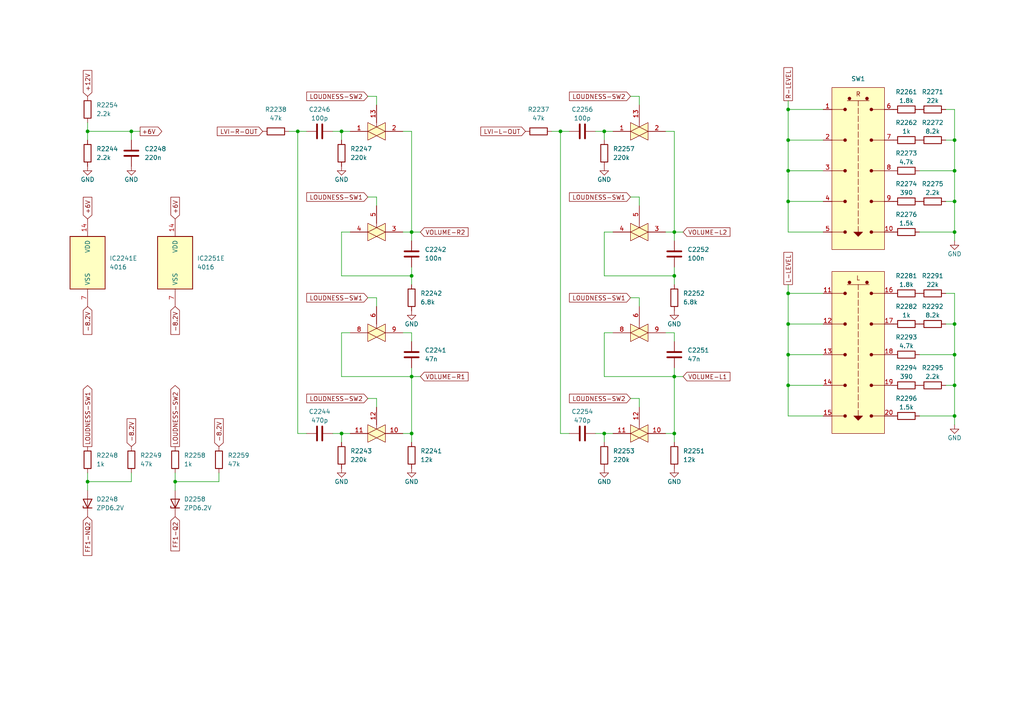
<source format=kicad_sch>
(kicad_sch (version 20230121) (generator eeschema)
  (paper "A4")
  (lib_symbols
    (symbol "4xxx:4016" (pin_names (offset 1.016))
      (property "Reference" "U" (at -7.62 8.89 0))
      (property "Value" "4016" (at -7.62 -8.89 0))
      (symbol "4016_1_0"
        (polyline (pts (xy 0 1.27) (xy 0 2.54)) (stroke (width 0.1524)))
        (polyline (pts (xy -2.54 0) (xy 2.54 2.54) (xy 2.54 -2.54) (xy -2.54 0)) (fill (type background)))
        (polyline (pts (xy -2.54 2.54) (xy 2.54 0) (xy -2.54 -2.54) (xy -2.54 2.54)) (fill (type background)))
        (pin passive line (at -7.62 0 0) (length 5.08) (name "~") (number "1"))
        (pin input line (at 0 7.62 270) (length 5.08) (name "~") (number "13"))
        (pin passive line (at 7.62 0 180) (length 5.08) (name "~") (number "2"))
      )
      (symbol "4016_2_0"
        (polyline (pts (xy 0 1.27) (xy 0 2.54)) (stroke (width 0.1524)))
        (polyline (pts (xy -2.54 0) (xy 2.54 2.54) (xy 2.54 -2.54) (xy -2.54 0)) (fill (type background)))
        (polyline (pts (xy -2.54 2.54) (xy 2.54 0) (xy -2.54 -2.54) (xy -2.54 2.54)) (fill (type background)))
        (pin passive line (at 7.62 0 180) (length 5.08) (name "~") (number "3"))
        (pin passive line (at -7.62 0 0) (length 5.08) (name "~") (number "4"))
        (pin input line (at 0 7.62 270) (length 5.08) (name "~") (number "5"))
      )
      (symbol "4016_3_0"
        (polyline (pts (xy 0 1.27) (xy 0 2.54)) (stroke (width 0.1524)))
        (polyline (pts (xy -2.54 0) (xy 2.54 2.54) (xy 2.54 -2.54) (xy -2.54 0)) (fill (type background)))
        (polyline (pts (xy -2.54 2.54) (xy 2.54 0) (xy -2.54 -2.54) (xy -2.54 2.54)) (fill (type background)))
        (pin input line (at 0 7.62 270) (length 5.08) (name "~") (number "6"))
        (pin passive line (at -7.62 0 0) (length 5.08) (name "~") (number "8"))
        (pin passive line (at 7.62 0 180) (length 5.08) (name "~") (number "9"))
      )
      (symbol "4016_4_0"
        (polyline (pts (xy 0 1.27) (xy 0 2.54)) (stroke (width 0.1524)))
        (polyline (pts (xy -2.54 0) (xy 2.54 2.54) (xy 2.54 -2.54) (xy -2.54 0)) (fill (type background)))
        (polyline (pts (xy -2.54 2.54) (xy 2.54 0) (xy -2.54 -2.54) (xy -2.54 2.54)) (fill (type background)))
        (pin passive line (at 7.62 0 180) (length 5.08) (name "~") (number "10"))
        (pin passive line (at -7.62 0 0) (length 5.08) (name "~") (number "11"))
        (pin input line (at 0 7.62 270) (length 5.08) (name "~") (number "12"))
      )
      (symbol "4016_5_0"
        (pin power_in line (at 0 12.7 270) (length 5.08) (name "VDD") (number "14"))
        (pin power_in line (at 0 -12.7 90) (length 5.08) (name "VSS") (number "7"))
      )
      (symbol "4016_5_1"
        (rectangle (start -5.08 7.62) (end 5.08 -7.62) (stroke (width 0.254)) (fill (type background)))
      )
    )
    (symbol "Device:C" (pin_numbers hide) (pin_names (offset 0.254))
      (property "Reference" "C" (at 0.635 2.54 0))
      (property "Value" "C" (at 0.635 -2.54 0))
      (symbol "C_0_1"
        (polyline (pts (xy -2.032 -0.762) (xy 2.032 -0.762)) (stroke (width 0.508)))
        (polyline (pts (xy -2.032 0.762) (xy 2.032 0.762)) (stroke (width 0.508)))
      )
      (symbol "C_1_1"
        (pin passive line (at 0 3.81 270) (length 2.794) (name "~") (number "1"))
        (pin passive line (at 0 -3.81 90) (length 2.794) (name "~") (number "2"))
      )
    )
    (symbol "Device:R" (pin_numbers hide) (pin_names (offset 0))
      (property "Reference" "R" (at 2.032 0 90))
      (property "Value" "R" (at 0 0 90))
      (symbol "R_0_1"
        (rectangle (start -1.016 -2.54) (end 1.016 2.54) (stroke (width 0.254)))
      )
      (symbol "R_1_1"
        (pin passive line (at 0 3.81 270) (length 1.27) (name "~") (number "1"))
        (pin passive line (at 0 -3.81 90) (length 1.27) (name "~") (number "2"))
      )
    )
    (symbol "Diode:ZPDxx" (pin_numbers hide) (pin_names hide)
      (property "Reference" "D" (at 0 2.54 0))
      (property "Value" "ZPDxx" (at 0 -2.54 0))
      (symbol "ZPDxx_0_1"
        (polyline (pts (xy 1.27 0) (xy -1.27 0)))
        (polyline (pts (xy -1.27 -1.27) (xy -1.27 1.27) (xy -0.762 1.27)) (stroke (width 0.254)))
        (polyline (pts (xy 1.27 -1.27) (xy 1.27 1.27) (xy -1.27 0) (xy 1.27 -1.27)) (stroke (width 0.254)))
      )
      (symbol "ZPDxx_1_1"
        (pin passive line (at -3.81 0 0) (length 2.54) (name "K") (number "1"))
        (pin passive line (at 3.81 0 180) (length 2.54) (name "A") (number "2"))
      )
    )
    (symbol "Library:SW_DIP_02x05"
      (property "Reference" "U" (at -2.54 29.21 0))
      (property "Value" "SW_DIP_02x05" (at -2.54 26.67 0))
      (symbol "SW_DIP_02x05_1_1"
        (rectangle (start -10.16 -30.48) (end 5.08 -77.47) (fill (type background)))
        (rectangle (start -10.16 22.86) (end 5.08 -24.13) (fill (type background)))
        (circle (center -6.35 -72.39) (radius 0.0001) (stroke (width 1)) (fill (type outline)))
        (circle (center -6.35 -63.5) (radius 0.0001) (stroke (width 1)) (fill (type outline)))
        (circle (center -6.35 -54.61) (radius 0.0001) (stroke (width 1)) (fill (type outline)))
        (circle (center -6.35 -45.72) (radius 0.0001) (stroke (width 1)) (fill (type outline)))
        (circle (center -6.35 -36.83) (radius 0.0001) (stroke (width 1)) (fill (type outline)))
        (circle (center -6.35 -19.05) (radius 0.0001) (stroke (width 1)) (fill (type outline)))
        (circle (center -6.35 -10.16) (radius 0.0001) (stroke (width 1)) (fill (type outline)))
        (circle (center -6.35 -1.27) (radius 0.0001) (stroke (width 1)) (fill (type outline)))
        (circle (center -6.35 7.62) (radius 0.0001) (stroke (width 1)) (fill (type outline)))
        (circle (center -6.35 16.51) (radius 0.0001) (stroke (width 1)) (fill (type outline)))
        (circle (center -5.08 -33.655) (radius 0.0001) (stroke (width 1)) (fill (type outline)))
        (circle (center -5.08 19.685) (radius 0.0001) (stroke (width 1)) (fill (type outline)))
        (circle (center 0 -33.655) (radius 0.0001) (stroke (width 1)) (fill (type outline)))
        (polyline (pts (xy -10.16 -72.39) (xy -6.35 -72.39)))
        (polyline (pts (xy -10.16 -63.5) (xy -6.35 -63.5)))
        (polyline (pts (xy -10.16 -54.61) (xy -6.35 -54.61)))
        (polyline (pts (xy -10.16 -45.72) (xy -6.35 -45.72)))
        (polyline (pts (xy -10.16 -36.83) (xy -6.35 -36.83)))
        (polyline (pts (xy -10.16 -19.05) (xy -6.35 -19.05)))
        (polyline (pts (xy -10.16 -10.16) (xy -6.35 -10.16)))
        (polyline (pts (xy -10.16 -1.27) (xy -6.35 -1.27)))
        (polyline (pts (xy -10.16 7.62) (xy -6.35 7.62)))
        (polyline (pts (xy -10.16 16.51) (xy -6.35 16.51)))
        (polyline (pts (xy -5.715 -34.29) (xy 0.635 -34.29)))
        (polyline (pts (xy -5.715 19.05) (xy 0.635 19.05)))
        (polyline (pts (xy -2.54 -72.39) (xy -2.54 -34.29)) (stroke (width 0) (type dash)))
        (polyline (pts (xy -2.54 -19.05) (xy -2.54 19.05)) (stroke (width 0) (type dash)))
        (polyline (pts (xy 5.08 -72.39) (xy 1.27 -72.39)))
        (polyline (pts (xy 5.08 -63.5) (xy 1.27 -63.5)))
        (polyline (pts (xy 5.08 -54.61) (xy 1.27 -54.61)))
        (polyline (pts (xy 5.08 -45.72) (xy 1.27 -45.72)))
        (polyline (pts (xy 5.08 -36.83) (xy 1.27 -36.83)))
        (polyline (pts (xy 5.08 -19.05) (xy 1.27 -19.05)))
        (polyline (pts (xy 5.08 -10.16) (xy 1.27 -10.16)))
        (polyline (pts (xy 5.08 -1.27) (xy 1.27 -1.27)))
        (polyline (pts (xy 5.08 7.62) (xy 1.27 7.62)))
        (polyline (pts (xy 5.08 16.51) (xy 1.27 16.51)))
        (polyline (pts (xy -3.81 -72.39) (xy -1.27 -72.39) (xy -2.54 -73.66) (xy -3.81 -72.39)) (fill (type outline)))
        (polyline (pts (xy -3.81 -19.05) (xy -1.27 -19.05) (xy -2.54 -20.32) (xy -3.81 -19.05)) (fill (type outline)))
        (circle (center 0 19.685) (radius 0.0001) (stroke (width 1)) (fill (type outline)))
        (circle (center 1.27 -72.39) (radius 0.0001) (stroke (width 1)) (fill (type outline)))
        (circle (center 1.27 -63.5) (radius 0.0001) (stroke (width 1)) (fill (type outline)))
        (circle (center 1.27 -54.61) (radius 0.0001) (stroke (width 1)) (fill (type outline)))
        (circle (center 1.27 -45.72) (radius 0.0001) (stroke (width 1)) (fill (type outline)))
        (circle (center 1.27 -36.83) (radius 0.0001) (stroke (width 1)) (fill (type outline)))
        (circle (center 1.27 -19.05) (radius 0.0001) (stroke (width 1)) (fill (type outline)))
        (circle (center 1.27 -10.16) (radius 0.0001) (stroke (width 1)) (fill (type outline)))
        (circle (center 1.27 -1.27) (radius 0.0001) (stroke (width 1)) (fill (type outline)))
        (circle (center 1.27 7.62) (radius 0.0001) (stroke (width 1)) (fill (type outline)))
        (circle (center 1.27 16.51) (radius 0.0001) (stroke (width 1)) (fill (type outline)))
        (text "L" (at -2.54 -32.385 0) (effects (font (size 1.27 1.27))))
        (text "R" (at -2.54 20.955 0) (effects (font (size 1.27 1.27))))
        (pin bidirectional line (at -12.7 16.51 0) (length 2.54) (name "") (number "1"))
        (pin bidirectional line (at 7.62 -19.05 180) (length 2.54) (name "") (number "10"))
        (pin bidirectional line (at -12.7 -36.83 0) (length 2.54) (name "") (number "11"))
        (pin bidirectional line (at -12.7 -45.72 0) (length 2.54) (name "") (number "12"))
        (pin bidirectional line (at -12.7 -54.61 0) (length 2.54) (name "") (number "13"))
        (pin bidirectional line (at -12.7 -63.5 0) (length 2.54) (name "") (number "14"))
        (pin bidirectional line (at -12.7 -72.39 0) (length 2.54) (name "") (number "15"))
        (pin bidirectional line (at 7.62 -36.83 180) (length 2.54) (name "") (number "16"))
        (pin bidirectional line (at 7.62 -45.72 180) (length 2.54) (name "") (number "17"))
        (pin bidirectional line (at 7.62 -54.61 180) (length 2.54) (name "") (number "18"))
        (pin bidirectional line (at 7.62 -63.5 180) (length 2.54) (name "") (number "19"))
        (pin bidirectional line (at -12.7 7.62 0) (length 2.54) (name "") (number "2"))
        (pin bidirectional line (at 7.62 -72.39 180) (length 2.54) (name "") (number "20"))
        (pin bidirectional line (at -12.7 -1.27 0) (length 2.54) (name "") (number "3"))
        (pin bidirectional line (at -12.7 -10.16 0) (length 2.54) (name "") (number "4"))
        (pin bidirectional line (at -12.7 -19.05 0) (length 2.54) (name "") (number "5"))
        (pin bidirectional line (at 7.62 16.51 180) (length 2.54) (name "") (number "6"))
        (pin bidirectional line (at 7.62 7.62 180) (length 2.54) (name "") (number "7"))
        (pin bidirectional line (at 7.62 -1.27 180) (length 2.54) (name "") (number "8"))
        (pin bidirectional line (at 7.62 -10.16 180) (length 2.54) (name "") (number "9"))
      )
    )
    (symbol "power:GND" (power) (pin_names (offset 0))
      (property "Value" "GND" (at 0 -3.81 0))
      (symbol "GND_0_1"
        (polyline (pts (xy 0 0) (xy 0 -1.27) (xy 1.27 -1.27) (xy 0 -2.54) (xy -1.27 -1.27) (xy 0 -1.27)))
      )
      (symbol "GND_1_1"
        (pin power_in line (at 0 0 270) (length 0) hide (name "GND") (number "1"))
      )
    )
  )
  (junction (at 175.26 38.1))
  (junction (at 276.86 40.64))
  (junction (at 228.6 111.76))
  (junction (at 162.56 38.1))
  (junction (at 276.86 102.87))
  (junction (at 195.58 67.31))
  (junction (at 195.58 109.22))
  (junction (at 276.86 67.31))
  (junction (at 195.58 125.73))
  (junction (at 119.38 109.22))
  (junction (at 228.6 49.53))
  (junction (at 228.6 58.42))
  (junction (at 228.6 93.98))
  (junction (at 86.36 38.1))
  (junction (at 119.38 67.31))
  (junction (at 228.6 40.64))
  (junction (at 25.4 139.7))
  (junction (at 228.6 31.75))
  (junction (at 99.06 38.1))
  (junction (at 195.58 80.01))
  (junction (at 276.86 49.53))
  (junction (at 50.8 139.7))
  (junction (at 276.86 93.98))
  (junction (at 119.38 125.73))
  (junction (at 25.4 38.1))
  (junction (at 175.26 125.73))
  (junction (at 276.86 120.65))
  (junction (at 99.06 125.73))
  (junction (at 276.86 58.42))
  (junction (at 228.6 85.09))
  (junction (at 276.86 111.76))
  (junction (at 119.38 80.01))
  (junction (at 228.6 102.87))
  (junction (at 38.1 38.1))
  (wire (pts (xy 162.56 38.1) (xy 162.56 125.73)))
  (wire (pts (xy 63.5 139.7) (xy 63.5 137.16)))
  (wire (pts (xy 109.22 86.36) (xy 109.22 88.9)))
  (wire (pts (xy 274.32 58.42) (xy 276.86 58.42)))
  (wire (pts (xy 177.8 67.31) (xy 175.26 67.31)))
  (wire (pts (xy 228.6 111.76) (xy 238.76 111.76)))
  (wire (pts (xy 175.26 125.73) (xy 175.26 128.27)))
  (wire (pts (xy 25.4 137.16) (xy 25.4 139.7)))
  (wire (pts (xy 228.6 58.42) (xy 228.6 67.31)))
  (wire (pts (xy 195.58 109.22) (xy 195.58 125.73)))
  (wire (pts (xy 274.32 93.98) (xy 276.86 93.98)))
  (wire (pts (xy 182.88 86.36) (xy 185.42 86.36)))
  (wire (pts (xy 38.1 38.1) (xy 38.1 40.64)))
  (wire (pts (xy 274.32 111.76) (xy 276.86 111.76)))
  (wire (pts (xy 106.68 115.57) (xy 109.22 115.57)))
  (wire (pts (xy 193.04 96.52) (xy 195.58 96.52)))
  (wire (pts (xy 99.06 38.1) (xy 99.06 40.64)))
  (wire (pts (xy 276.86 93.98) (xy 276.86 102.87)))
  (wire (pts (xy 185.42 27.94) (xy 185.42 30.48)))
  (wire (pts (xy 274.32 85.09) (xy 276.86 85.09)))
  (wire (pts (xy 172.72 125.73) (xy 175.26 125.73)))
  (wire (pts (xy 25.4 38.1) (xy 25.4 40.64)))
  (wire (pts (xy 193.04 38.1) (xy 195.58 38.1)))
  (wire (pts (xy 86.36 38.1) (xy 88.9 38.1)))
  (wire (pts (xy 228.6 29.21) (xy 228.6 31.75)))
  (wire (pts (xy 228.6 93.98) (xy 228.6 102.87)))
  (wire (pts (xy 25.4 35.56) (xy 25.4 38.1)))
  (wire (pts (xy 266.7 49.53) (xy 276.86 49.53)))
  (wire (pts (xy 228.6 85.09) (xy 238.76 85.09)))
  (wire (pts (xy 106.68 57.15) (xy 109.22 57.15)))
  (wire (pts (xy 195.58 67.31) (xy 195.58 69.85)))
  (wire (pts (xy 195.58 96.52) (xy 195.58 99.06)))
  (wire (pts (xy 106.68 86.36) (xy 109.22 86.36)))
  (wire (pts (xy 228.6 102.87) (xy 228.6 111.76)))
  (wire (pts (xy 99.06 96.52) (xy 99.06 109.22)))
  (wire (pts (xy 228.6 85.09) (xy 228.6 93.98)))
  (wire (pts (xy 99.06 67.31) (xy 99.06 80.01)))
  (wire (pts (xy 119.38 67.31) (xy 116.84 67.31)))
  (wire (pts (xy 25.4 139.7) (xy 25.4 142.24)))
  (wire (pts (xy 185.42 57.15) (xy 185.42 59.69)))
  (wire (pts (xy 228.6 111.76) (xy 228.6 120.65)))
  (wire (pts (xy 195.58 109.22) (xy 198.12 109.22)))
  (wire (pts (xy 86.36 125.73) (xy 88.9 125.73)))
  (wire (pts (xy 162.56 125.73) (xy 165.1 125.73)))
  (wire (pts (xy 228.6 40.64) (xy 238.76 40.64)))
  (wire (pts (xy 109.22 27.94) (xy 109.22 30.48)))
  (wire (pts (xy 99.06 38.1) (xy 101.6 38.1)))
  (wire (pts (xy 172.72 38.1) (xy 175.26 38.1)))
  (wire (pts (xy 276.86 102.87) (xy 276.86 111.76)))
  (wire (pts (xy 25.4 139.7) (xy 38.1 139.7)))
  (wire (pts (xy 177.8 96.52) (xy 175.26 96.52)))
  (wire (pts (xy 195.58 125.73) (xy 195.58 128.27)))
  (wire (pts (xy 119.38 109.22) (xy 119.38 125.73)))
  (wire (pts (xy 182.88 27.94) (xy 185.42 27.94)))
  (wire (pts (xy 228.6 31.75) (xy 228.6 40.64)))
  (wire (pts (xy 119.38 109.22) (xy 121.92 109.22)))
  (wire (pts (xy 274.32 40.64) (xy 276.86 40.64)))
  (wire (pts (xy 276.86 67.31) (xy 276.86 69.85)))
  (wire (pts (xy 175.26 38.1) (xy 177.8 38.1)))
  (wire (pts (xy 276.86 120.65) (xy 266.7 120.65)))
  (wire (pts (xy 101.6 67.31) (xy 99.06 67.31)))
  (wire (pts (xy 99.06 109.22) (xy 119.38 109.22)))
  (wire (pts (xy 228.6 120.65) (xy 238.76 120.65)))
  (wire (pts (xy 266.7 102.87) (xy 276.86 102.87)))
  (wire (pts (xy 160.02 38.1) (xy 162.56 38.1)))
  (wire (pts (xy 175.26 38.1) (xy 175.26 40.64)))
  (wire (pts (xy 99.06 80.01) (xy 119.38 80.01)))
  (wire (pts (xy 276.86 31.75) (xy 276.86 40.64)))
  (wire (pts (xy 175.26 109.22) (xy 195.58 109.22)))
  (wire (pts (xy 228.6 58.42) (xy 238.76 58.42)))
  (wire (pts (xy 228.6 67.31) (xy 238.76 67.31)))
  (wire (pts (xy 195.58 67.31) (xy 198.12 67.31)))
  (wire (pts (xy 195.58 80.01) (xy 195.58 82.55)))
  (wire (pts (xy 182.88 57.15) (xy 185.42 57.15)))
  (wire (pts (xy 185.42 86.36) (xy 185.42 88.9)))
  (wire (pts (xy 25.4 38.1) (xy 38.1 38.1)))
  (wire (pts (xy 276.86 49.53) (xy 276.86 58.42)))
  (wire (pts (xy 50.8 139.7) (xy 63.5 139.7)))
  (wire (pts (xy 119.38 125.73) (xy 116.84 125.73)))
  (wire (pts (xy 175.26 96.52) (xy 175.26 109.22)))
  (wire (pts (xy 276.86 111.76) (xy 276.86 120.65)))
  (wire (pts (xy 119.38 80.01) (xy 119.38 82.55)))
  (wire (pts (xy 195.58 67.31) (xy 193.04 67.31)))
  (wire (pts (xy 276.86 120.65) (xy 276.86 123.19)))
  (wire (pts (xy 109.22 115.57) (xy 109.22 118.11)))
  (wire (pts (xy 119.38 38.1) (xy 119.38 67.31)))
  (wire (pts (xy 119.38 106.68) (xy 119.38 109.22)))
  (wire (pts (xy 83.82 38.1) (xy 86.36 38.1)))
  (wire (pts (xy 228.6 49.53) (xy 238.76 49.53)))
  (wire (pts (xy 274.32 31.75) (xy 276.86 31.75)))
  (wire (pts (xy 101.6 96.52) (xy 99.06 96.52)))
  (wire (pts (xy 195.58 38.1) (xy 195.58 67.31)))
  (wire (pts (xy 96.52 38.1) (xy 99.06 38.1)))
  (wire (pts (xy 96.52 125.73) (xy 99.06 125.73)))
  (wire (pts (xy 119.38 96.52) (xy 119.38 99.06)))
  (wire (pts (xy 119.38 125.73) (xy 119.38 128.27)))
  (wire (pts (xy 116.84 38.1) (xy 119.38 38.1)))
  (wire (pts (xy 119.38 77.47) (xy 119.38 80.01)))
  (wire (pts (xy 50.8 137.16) (xy 50.8 139.7)))
  (wire (pts (xy 195.58 106.68) (xy 195.58 109.22)))
  (wire (pts (xy 109.22 57.15) (xy 109.22 59.69)))
  (wire (pts (xy 175.26 125.73) (xy 177.8 125.73)))
  (wire (pts (xy 228.6 31.75) (xy 238.76 31.75)))
  (wire (pts (xy 276.86 40.64) (xy 276.86 49.53)))
  (wire (pts (xy 99.06 125.73) (xy 101.6 125.73)))
  (wire (pts (xy 38.1 139.7) (xy 38.1 137.16)))
  (wire (pts (xy 276.86 85.09) (xy 276.86 93.98)))
  (wire (pts (xy 175.26 80.01) (xy 195.58 80.01)))
  (wire (pts (xy 38.1 38.1) (xy 40.64 38.1)))
  (wire (pts (xy 175.26 67.31) (xy 175.26 80.01)))
  (wire (pts (xy 182.88 115.57) (xy 185.42 115.57)))
  (wire (pts (xy 195.58 77.47) (xy 195.58 80.01)))
  (wire (pts (xy 50.8 139.7) (xy 50.8 142.24)))
  (wire (pts (xy 228.6 102.87) (xy 238.76 102.87)))
  (wire (pts (xy 228.6 82.55) (xy 228.6 85.09)))
  (wire (pts (xy 106.68 27.94) (xy 109.22 27.94)))
  (wire (pts (xy 276.86 58.42) (xy 276.86 67.31)))
  (wire (pts (xy 228.6 40.64) (xy 228.6 49.53)))
  (wire (pts (xy 228.6 49.53) (xy 228.6 58.42)))
  (wire (pts (xy 86.36 38.1) (xy 86.36 125.73)))
  (wire (pts (xy 185.42 115.57) (xy 185.42 118.11)))
  (wire (pts (xy 119.38 67.31) (xy 119.38 69.85)))
  (wire (pts (xy 116.84 96.52) (xy 119.38 96.52)))
  (wire (pts (xy 162.56 38.1) (xy 165.1 38.1)))
  (wire (pts (xy 228.6 93.98) (xy 238.76 93.98)))
  (wire (pts (xy 276.86 67.31) (xy 266.7 67.31)))
  (wire (pts (xy 195.58 125.73) (xy 193.04 125.73)))
  (wire (pts (xy 119.38 67.31) (xy 121.92 67.31)))
  (wire (pts (xy 99.06 125.73) (xy 99.06 128.27)))
  (global_label "VOLUME-R1" (shape input) (at 121.92 109.22 0) (property "Intersheetrefs" "${INTERSHEET_REFS}" (effects hide)))
  (global_label "VOLUME-L1" (shape input) (at 198.12 109.22 0) (property "Intersheetrefs" "${INTERSHEET_REFS}" (effects hide)))
  (global_label "-8.2V" (shape input) (at 25.4 88.9 270) (property "Intersheetrefs" "${INTERSHEET_REFS}" (effects hide)))
  (global_label "+6V" (shape input) (at 25.4 63.5 90) (property "Intersheetrefs" "${INTERSHEET_REFS}" (effects hide)))
  (global_label "LOUDNESS-SW2" (shape input) (at 106.68 27.94 180) (property "Intersheetrefs" "${INTERSHEET_REFS}" (effects hide)))
  (global_label "-8.2V" (shape input) (at 38.1 129.54 90) (property "Intersheetrefs" "${INTERSHEET_REFS}" (effects hide)))
  (global_label "R-LEVEL" (shape passive) (at 228.6 29.21 90) (property "Intersheetrefs" "${INTERSHEET_REFS}" (effects hide)))
  (global_label "VOLUME-L2" (shape input) (at 198.12 67.31 0) (property "Intersheetrefs" "${INTERSHEET_REFS}" (effects hide)))
  (global_label "LOUDNESS-SW2" (shape input) (at 106.68 115.57 180) (property "Intersheetrefs" "${INTERSHEET_REFS}" (effects hide)))
  (global_label "+6V" (shape input) (at 50.8 63.5 90) (property "Intersheetrefs" "${INTERSHEET_REFS}" (effects hide)))
  (global_label "+12V" (shape input) (at 25.4 27.94 90) (property "Intersheetrefs" "${INTERSHEET_REFS}" (effects hide)))
  (global_label "-8.2V" (shape input) (at 63.5 129.54 90) (property "Intersheetrefs" "${INTERSHEET_REFS}" (effects hide)))
  (global_label "LOUDNESS-SW1" (shape input) (at 106.68 57.15 180) (property "Intersheetrefs" "${INTERSHEET_REFS}" (effects hide)))
  (global_label "-8.2V" (shape input) (at 50.8 88.9 270) (property "Intersheetrefs" "${INTERSHEET_REFS}" (effects hide)))
  (global_label "LOUDNESS-SW1" (shape input) (at 182.88 57.15 180) (property "Intersheetrefs" "${INTERSHEET_REFS}" (effects hide)))
  (global_label "L-LEVEL" (shape passive) (at 228.6 82.55 90) (property "Intersheetrefs" "${INTERSHEET_REFS}" (effects hide)))
  (global_label "LOUDNESS-SW1" (shape output) (at 25.4 129.54 90) (property "Intersheetrefs" "${INTERSHEET_REFS}" (effects hide)))
  (global_label "FF1-Q2" (shape input) (at 50.8 149.86 270) (property "Intersheetrefs" "${INTERSHEET_REFS}" (effects hide)))
  (global_label "LVI-R-OUT" (shape input) (at 76.2 38.1 180) (property "Intersheetrefs" "${INTERSHEET_REFS}" (effects hide)))
  (global_label "LVI-L-OUT" (shape input) (at 152.4 38.1 180) (property "Intersheetrefs" "${INTERSHEET_REFS}" (effects hide)))
  (global_label "LOUDNESS-SW2" (shape output) (at 50.8 129.54 90) (property "Intersheetrefs" "${INTERSHEET_REFS}" (effects hide)))
  (global_label "LOUDNESS-SW2" (shape input) (at 182.88 27.94 180) (property "Intersheetrefs" "${INTERSHEET_REFS}" (effects hide)))
  (global_label "LOUDNESS-SW1" (shape input) (at 182.88 86.36 180) (property "Intersheetrefs" "${INTERSHEET_REFS}" (effects hide)))
  (global_label "LOUDNESS-SW2" (shape input) (at 182.88 115.57 180) (property "Intersheetrefs" "${INTERSHEET_REFS}" (effects hide)))
  (global_label "+6V" (shape output) (at 40.64 38.1 0) (property "Intersheetrefs" "${INTERSHEET_REFS}" (effects hide)))
  (global_label "LOUDNESS-SW1" (shape input) (at 106.68 86.36 180) (property "Intersheetrefs" "${INTERSHEET_REFS}" (effects hide)))
  (global_label "VOLUME-R2" (shape input) (at 121.92 67.31 0) (property "Intersheetrefs" "${INTERSHEET_REFS}" (effects hide)))
  (global_label "FF1-NQ2" (shape input) (at 25.4 149.86 270) (property "Intersheetrefs" "${INTERSHEET_REFS}" (effects hide)))
  (symbol (lib_id "Device:C") (at 168.91 38.1 90) (unit 1)
    (property "Reference" "C2256" (at 168.91 31.75 90))
    (property "Value" "100p" (at 168.91 34.29 90))
    (property "Footprint" "Capacitor_THT:C_Rect_L7.2mm_W2.5mm_P5.00mm_FKS2_FKP2_MKS2_MKP2" (effects hide))
  )
  (symbol (lib_id "Device:R") (at 119.38 86.36 0) (unit 1)
    (property "Reference" "R2242" (at 121.92 85.09 0) (effects (justify left)))
    (property "Value" "6.8k" (at 121.92 87.63 0) (effects (justify left)))
    (property "Footprint" "Resistor_THT:R_Axial_DIN0207_L6.3mm_D2.5mm_P5.08mm_Vertical" (effects hide))
  )
  (symbol (lib_id "4xxx:4016") (at 50.8 76.2 0) (unit 5)
    (property "Reference" "IC2251" (at 57.15 74.93 0) (effects (justify left)))
    (property "Value" "4016" (at 57.15 77.47 0) (effects (justify left)))
    (property "Footprint" "Package_DIP:DIP-14_W7.62mm" (effects hide))
    (property "Datasheet" "http://www.ti.com/lit/ds/symlink/cd4016b.pdf" (effects hide))
  )
  (symbol (lib_id "Device:C") (at 119.38 102.87 0) (unit 1)
    (property "Reference" "C2241" (at 123.19 101.6 0) (effects (justify left)))
    (property "Value" "47n" (at 123.19 104.14 0) (effects (justify left)))
    (property "Footprint" "Capacitor_THT:C_Rect_L7.0mm_W2.0mm_P5.00mm" (effects hide))
  )
  (symbol (lib_id "power:GND") (at 195.58 90.17 0) (unit 1)
    (property "Reference" "#PWR079" (effects hide))
    (property "Value" "GND" (at 195.58 93.98 0))
  )
  (symbol (lib_id "Device:R") (at 25.4 133.35 0) (unit 1)
    (property "Reference" "R2248" (at 27.94 132.08 0) (effects (justify left)))
    (property "Value" "1k" (at 27.94 134.62 0) (effects (justify left)))
    (property "Footprint" "Resistor_THT:R_Axial_DIN0207_L6.3mm_D2.5mm_P10.16mm_Horizontal" (effects hide))
  )
  (symbol (lib_id "Device:R") (at 262.89 58.42 90) (unit 1)
    (property "Reference" "R2274" (at 262.89 53.34 90))
    (property "Value" "390" (at 262.89 55.88 90))
    (property "Footprint" "Resistor_THT:R_Axial_DIN0207_L6.3mm_D2.5mm_P5.08mm_Vertical" (effects hide))
  )
  (symbol (lib_id "Device:R") (at 270.51 111.76 90) (unit 1)
    (property "Reference" "R2295" (at 270.51 106.68 90))
    (property "Value" "2.2k" (at 270.51 109.22 90))
    (property "Footprint" "Resistor_THT:R_Axial_DIN0207_L6.3mm_D2.5mm_P5.08mm_Vertical" (effects hide))
  )
  (symbol (lib_id "Device:C") (at 92.71 38.1 90) (unit 1)
    (property "Reference" "C2246" (at 92.71 31.75 90))
    (property "Value" "100p" (at 92.71 34.29 90))
    (property "Footprint" "Capacitor_THT:C_Rect_L7.2mm_W2.5mm_P5.00mm_FKS2_FKP2_MKS2_MKP2" (effects hide))
  )
  (symbol (lib_id "Device:R") (at 262.89 67.31 90) (unit 1)
    (property "Reference" "R2276" (at 262.89 62.23 90))
    (property "Value" "1.5k" (at 262.89 64.77 90))
    (property "Footprint" "Resistor_THT:R_Axial_DIN0207_L6.3mm_D2.5mm_P5.08mm_Vertical" (effects hide))
  )
  (symbol (lib_id "Device:R") (at 262.89 102.87 90) (unit 1)
    (property "Reference" "R2293" (at 262.89 97.79 90))
    (property "Value" "4.7k" (at 262.89 100.33 90))
    (property "Footprint" "Resistor_THT:R_Axial_DIN0207_L6.3mm_D2.5mm_P5.08mm_Vertical" (effects hide))
  )
  (symbol (lib_id "Device:R") (at 262.89 85.09 90) (unit 1)
    (property "Reference" "R2281" (at 262.89 80.01 90))
    (property "Value" "1.8k" (at 262.89 82.55 90))
    (property "Footprint" "Resistor_THT:R_Axial_DIN0207_L6.3mm_D2.5mm_P5.08mm_Vertical" (effects hide))
  )
  (symbol (lib_id "4xxx:4016") (at 185.42 125.73 0) (unit 4)
    (property "Reference" "IC2251" (effects hide))
    (property "Value" "4016" (effects hide))
    (property "Footprint" "Package_DIP:DIP-14_W7.62mm" (effects hide))
    (property "Datasheet" "http://www.ti.com/lit/ds/symlink/cd4016b.pdf" (effects hide))
  )
  (symbol (lib_id "Device:R") (at 38.1 133.35 0) (unit 1)
    (property "Reference" "R2249" (at 40.64 132.08 0) (effects (justify left)))
    (property "Value" "47k" (at 40.64 134.62 0) (effects (justify left)))
    (property "Footprint" "Resistor_THT:R_Axial_DIN0207_L6.3mm_D2.5mm_P10.16mm_Horizontal" (effects hide))
  )
  (symbol (lib_id "4xxx:4016") (at 25.4 76.2 0) (unit 5)
    (property "Reference" "IC2241" (at 31.75 74.93 0) (effects (justify left)))
    (property "Value" "4016" (at 31.75 77.47 0) (effects (justify left)))
    (property "Footprint" "Package_DIP:DIP-14_W7.62mm" (effects hide))
    (property "Datasheet" "http://www.ti.com/lit/ds/symlink/cd4016b.pdf" (effects hide))
  )
  (symbol (lib_id "Device:C") (at 195.58 102.87 0) (unit 1)
    (property "Reference" "C2251" (at 199.39 101.6 0) (effects (justify left)))
    (property "Value" "47n" (at 199.39 104.14 0) (effects (justify left)))
    (property "Footprint" "Capacitor_THT:C_Rect_L7.0mm_W2.0mm_P5.00mm" (effects hide))
  )
  (symbol (lib_id "Device:C") (at 195.58 73.66 0) (unit 1)
    (property "Reference" "C2252" (at 199.39 72.39 0) (effects (justify left)))
    (property "Value" "100n" (at 199.39 74.93 0) (effects (justify left)))
    (property "Footprint" "Capacitor_THT:C_Rect_L7.0mm_W2.0mm_P5.00mm" (effects hide))
  )
  (symbol (lib_id "power:GND") (at 119.38 135.89 0) (unit 1)
    (property "Reference" "#PWR073" (effects hide))
    (property "Value" "GND" (at 119.38 139.7 0))
  )
  (symbol (lib_id "Device:R") (at 99.06 44.45 0) (unit 1)
    (property "Reference" "R2247" (at 101.6 43.18 0) (effects (justify left)))
    (property "Value" "220k" (at 101.6 45.72 0) (effects (justify left)))
    (property "Footprint" "Resistor_THT:R_Axial_DIN0207_L6.3mm_D2.5mm_P5.08mm_Vertical" (effects hide))
  )
  (symbol (lib_id "Diode:ZPDxx") (at 25.4 146.05 90) (unit 1)
    (property "Reference" "D2248" (at 27.94 144.78 90) (effects (justify right)))
    (property "Value" "ZPD6.2V" (at 27.94 147.32 90) (effects (justify right)))
    (property "Footprint" "Diode_THT:D_DO-35_SOD27_P10.16mm_Horizontal" (effects hide))
    (property "Datasheet" "http://diotec.com/tl_files/diotec/files/pdf/datasheets/zpd1" (effects hide))
  )
  (symbol (lib_id "Diode:ZPDxx") (at 50.8 146.05 90) (unit 1)
    (property "Reference" "D2258" (at 53.34 144.78 90) (effects (justify right)))
    (property "Value" "ZPD6.2V" (at 53.34 147.32 90) (effects (justify right)))
    (property "Footprint" "Diode_THT:D_DO-35_SOD27_P10.16mm_Horizontal" (effects hide))
    (property "Datasheet" "http://diotec.com/tl_files/diotec/files/pdf/datasheets/zpd1" (effects hide))
  )
  (symbol (lib_id "Device:R") (at 270.51 93.98 90) (unit 1)
    (property "Reference" "R2292" (at 270.51 88.9 90))
    (property "Value" "8.2k" (at 270.51 91.44 90))
    (property "Footprint" "Resistor_THT:R_Axial_DIN0207_L6.3mm_D2.5mm_P5.08mm_Vertical" (effects hide))
  )
  (symbol (lib_id "Device:R") (at 119.38 132.08 0) (unit 1)
    (property "Reference" "R2241" (at 121.92 130.81 0) (effects (justify left)))
    (property "Value" "12k" (at 121.92 133.35 0) (effects (justify left)))
    (property "Footprint" "Resistor_THT:R_Axial_DIN0207_L6.3mm_D2.5mm_P5.08mm_Vertical" (effects hide))
  )
  (symbol (lib_id "power:GND") (at 195.58 135.89 0) (unit 1)
    (property "Reference" "#PWR080" (effects hide))
    (property "Value" "GND" (at 195.58 139.7 0))
  )
  (symbol (lib_id "Device:R") (at 270.51 58.42 90) (unit 1)
    (property "Reference" "R2275" (at 270.51 53.34 90))
    (property "Value" "2.2k" (at 270.51 55.88 90))
    (property "Footprint" "Resistor_THT:R_Axial_DIN0207_L6.3mm_D2.5mm_P5.08mm_Vertical" (effects hide))
  )
  (symbol (lib_id "Device:R") (at 262.89 49.53 90) (unit 1)
    (property "Reference" "R2273" (at 262.89 44.45 90))
    (property "Value" "4.7k" (at 262.89 46.99 90))
    (property "Footprint" "Resistor_THT:R_Axial_DIN0207_L6.3mm_D2.5mm_P5.08mm_Vertical" (effects hide))
  )
  (symbol (lib_id "4xxx:4016") (at 109.22 67.31 0) (unit 2)
    (property "Reference" "IC2241" (effects hide))
    (property "Value" "4016" (effects hide))
    (property "Footprint" "Package_DIP:DIP-14_W7.62mm" (effects hide))
    (property "Datasheet" "http://www.ti.com/lit/ds/symlink/cd4016b.pdf" (effects hide))
  )
  (symbol (lib_id "Device:R") (at 262.89 31.75 90) (unit 1)
    (property "Reference" "R2261" (at 262.89 26.67 90))
    (property "Value" "1.8k" (at 262.89 29.21 90))
    (property "Footprint" "Resistor_THT:R_Axial_DIN0207_L6.3mm_D2.5mm_P5.08mm_Vertical" (effects hide))
  )
  (symbol (lib_id "Device:R") (at 195.58 86.36 0) (unit 1)
    (property "Reference" "R2252" (at 198.12 85.09 0) (effects (justify left)))
    (property "Value" "6.8k" (at 198.12 87.63 0) (effects (justify left)))
    (property "Footprint" "Resistor_THT:R_Axial_DIN0207_L6.3mm_D2.5mm_P5.08mm_Vertical" (effects hide))
  )
  (symbol (lib_id "Device:C") (at 92.71 125.73 90) (unit 1)
    (property "Reference" "C2244" (at 92.71 119.38 90))
    (property "Value" "470p" (at 92.71 121.92 90))
    (property "Footprint" "Capacitor_THT:C_Rect_L7.2mm_W2.5mm_P5.00mm_FKS2_FKP2_MKS2_MKP2" (effects hide))
  )
  (symbol (lib_id "Device:C") (at 168.91 125.73 90) (unit 1)
    (property "Reference" "C2254" (at 168.91 119.38 90))
    (property "Value" "470p" (at 168.91 121.92 90))
    (property "Footprint" "Capacitor_THT:C_Rect_L7.2mm_W2.5mm_P5.00mm_FKS2_FKP2_MKS2_MKP2" (effects hide))
  )
  (symbol (lib_id "Device:R") (at 270.51 31.75 90) (unit 1)
    (property "Reference" "R2271" (at 270.51 26.67 90))
    (property "Value" "22k" (at 270.51 29.21 90))
    (property "Footprint" "Resistor_THT:R_Axial_DIN0207_L6.3mm_D2.5mm_P5.08mm_Vertical" (effects hide))
  )
  (symbol (lib_id "power:GND") (at 99.06 48.26 0) (unit 1)
    (property "Reference" "#PWR076" (effects hide))
    (property "Value" "GND" (at 99.06 52.07 0))
  )
  (symbol (lib_id "Device:R") (at 262.89 93.98 90) (unit 1)
    (property "Reference" "R2282" (at 262.89 88.9 90))
    (property "Value" "1k" (at 262.89 91.44 90))
    (property "Footprint" "Resistor_THT:R_Axial_DIN0207_L6.3mm_D2.5mm_P5.08mm_Vertical" (effects hide))
  )
  (symbol (lib_id "Device:R") (at 262.89 40.64 90) (unit 1)
    (property "Reference" "R2262" (at 262.89 35.56 90))
    (property "Value" "1k" (at 262.89 38.1 90))
    (property "Footprint" "Resistor_THT:R_Axial_DIN0207_L6.3mm_D2.5mm_P5.08mm_Vertical" (effects hide))
  )
  (symbol (lib_id "Device:R") (at 270.51 85.09 90) (unit 1)
    (property "Reference" "R2291" (at 270.51 80.01 90))
    (property "Value" "22k" (at 270.51 82.55 90))
    (property "Footprint" "Resistor_THT:R_Axial_DIN0207_L6.3mm_D2.5mm_P5.08mm_Vertical" (effects hide))
  )
  (symbol (lib_id "Device:R") (at 50.8 133.35 0) (unit 1)
    (property "Reference" "R2258" (at 53.34 132.08 0) (effects (justify left)))
    (property "Value" "1k" (at 53.34 134.62 0) (effects (justify left)))
    (property "Footprint" "Resistor_THT:R_Axial_DIN0207_L6.3mm_D2.5mm_P10.16mm_Horizontal" (effects hide))
  )
  (symbol (lib_id "power:GND") (at 276.86 69.85 0) (unit 1)
    (property "Reference" "#PWR034" (effects hide))
    (property "Value" "GND" (at 276.86 73.66 0))
  )
  (symbol (lib_id "Device:R") (at 25.4 44.45 0) (unit 1)
    (property "Reference" "R2244" (at 27.94 43.18 0) (effects (justify left)))
    (property "Value" "2.2k" (at 27.94 45.72 0) (effects (justify left)))
    (property "Footprint" "Resistor_THT:R_Axial_DIN0207_L6.3mm_D2.5mm_P10.16mm_Horizontal" (effects hide))
  )
  (symbol (lib_id "power:GND") (at 25.4 48.26 0) (unit 1)
    (property "Reference" "#PWR071" (effects hide))
    (property "Value" "GND" (at 25.4 52.07 0))
  )
  (symbol (lib_id "power:GND") (at 276.86 123.19 0) (unit 1)
    (property "Reference" "#PWR035" (effects hide))
    (property "Value" "GND" (at 276.86 127 0))
  )
  (symbol (lib_id "4xxx:4016") (at 109.22 38.1 0) (unit 1)
    (property "Reference" "IC2241" (effects hide))
    (property "Value" "4016" (effects hide))
    (property "Footprint" "Package_DIP:DIP-14_W7.62mm" (effects hide))
    (property "Datasheet" "http://www.ti.com/lit/ds/symlink/cd4016b.pdf" (effects hide))
  )
  (symbol (lib_id "Device:C") (at 119.38 73.66 0) (unit 1)
    (property "Reference" "C2242" (at 123.19 72.39 0) (effects (justify left)))
    (property "Value" "100n" (at 123.19 74.93 0) (effects (justify left)))
    (property "Footprint" "Capacitor_THT:C_Rect_L7.0mm_W2.0mm_P5.00mm" (effects hide))
  )
  (symbol (lib_id "Device:R") (at 99.06 132.08 0) (unit 1)
    (property "Reference" "R2243" (at 101.6 130.81 0) (effects (justify left)))
    (property "Value" "220k" (at 101.6 133.35 0) (effects (justify left)))
    (property "Footprint" "Resistor_THT:R_Axial_DIN0207_L6.3mm_D2.5mm_P5.08mm_Vertical" (effects hide))
  )
  (symbol (lib_id "4xxx:4016") (at 109.22 96.52 0) (unit 3)
    (property "Reference" "IC2241" (effects hide))
    (property "Value" "4016" (effects hide))
    (property "Footprint" "Package_DIP:DIP-14_W7.62mm" (effects hide))
    (property "Datasheet" "http://www.ti.com/lit/ds/symlink/cd4016b.pdf" (effects hide))
  )
  (symbol (lib_id "4xxx:4016") (at 185.42 38.1 0) (unit 1)
    (property "Reference" "IC2251" (effects hide))
    (property "Value" "4016" (effects hide))
    (property "Footprint" "Package_DIP:DIP-14_W7.62mm" (effects hide))
    (property "Datasheet" "http://www.ti.com/lit/ds/symlink/cd4016b.pdf" (effects hide))
  )
  (symbol (lib_id "4xxx:4016") (at 185.42 96.52 0) (unit 3)
    (property "Reference" "IC2251" (effects hide))
    (property "Value" "4016" (effects hide))
    (property "Footprint" "Package_DIP:DIP-14_W7.62mm" (effects hide))
    (property "Datasheet" "http://www.ti.com/lit/ds/symlink/cd4016b.pdf" (effects hide))
  )
  (symbol (lib_id "4xxx:4016") (at 185.42 67.31 0) (unit 2)
    (property "Reference" "IC2251" (effects hide))
    (property "Value" "4016" (effects hide))
    (property "Footprint" "Package_DIP:DIP-14_W7.62mm" (effects hide))
    (property "Datasheet" "http://www.ti.com/lit/ds/symlink/cd4016b.pdf" (effects hide))
  )
  (symbol (lib_id "4xxx:4016") (at 109.22 125.73 0) (unit 4)
    (property "Reference" "IC2241" (effects hide))
    (property "Value" "4016" (effects hide))
    (property "Footprint" "Package_DIP:DIP-14_W7.62mm" (effects hide))
    (property "Datasheet" "http://www.ti.com/lit/ds/symlink/cd4016b.pdf" (effects hide))
  )
  (symbol (lib_id "Device:R") (at 80.01 38.1 270) (unit 1)
    (property "Reference" "R2238" (at 80.01 31.75 90))
    (property "Value" "47k" (at 80.01 34.29 90))
    (property "Footprint" "Resistor_THT:R_Axial_DIN0207_L6.3mm_D2.5mm_P5.08mm_Vertical" (effects hide))
  )
  (symbol (lib_id "Device:R") (at 262.89 120.65 90) (unit 1)
    (property "Reference" "R2296" (at 262.89 115.57 90))
    (property "Value" "1.5k" (at 262.89 118.11 90))
    (property "Footprint" "Resistor_THT:R_Axial_DIN0207_L6.3mm_D2.5mm_P5.08mm_Vertical" (effects hide))
  )
  (symbol (lib_id "Device:R") (at 262.89 111.76 90) (unit 1)
    (property "Reference" "R2294" (at 262.89 106.68 90))
    (property "Value" "390" (at 262.89 109.22 90))
    (property "Footprint" "Resistor_THT:R_Axial_DIN0207_L6.3mm_D2.5mm_P5.08mm_Vertical" (effects hide))
  )
  (symbol (lib_id "Device:R") (at 63.5 133.35 0) (unit 1)
    (property "Reference" "R2259" (at 66.04 132.08 0) (effects (justify left)))
    (property "Value" "47k" (at 66.04 134.62 0) (effects (justify left)))
    (property "Footprint" "Resistor_THT:R_Axial_DIN0207_L6.3mm_D2.5mm_P10.16mm_Horizontal" (effects hide))
  )
  (symbol (lib_id "power:GND") (at 175.26 135.89 0) (unit 1)
    (property "Reference" "#PWR078" (effects hide))
    (property "Value" "GND" (at 175.26 139.7 0))
  )
  (symbol (lib_id "Library:SW_DIP_02x05") (at 251.46 48.26 0) (unit 1)
    (property "Reference" "SW1" (at 248.92 22.86 0))
    (property "Footprint" "Library:SW_DIP_02_02_05" (effects hide))
  )
  (symbol (lib_id "power:GND") (at 99.06 135.89 0) (unit 1)
    (property "Reference" "#PWR075" (effects hide))
    (property "Value" "GND" (at 99.06 139.7 0))
  )
  (symbol (lib_id "Device:C") (at 38.1 44.45 0) (unit 1)
    (property "Reference" "C2248" (at 41.91 43.18 0) (effects (justify left)))
    (property "Value" "220n" (at 41.91 45.72 0) (effects (justify left)))
    (property "Footprint" "Capacitor_THT:C_Rect_L7.2mm_W3.0mm_P5.00mm_FKS2_FKP2_MKS2_MKP2" (effects hide))
  )
  (symbol (lib_id "power:GND") (at 175.26 48.26 0) (unit 1)
    (property "Reference" "#PWR077" (effects hide))
    (property "Value" "GND" (at 175.26 52.07 0))
  )
  (symbol (lib_id "Device:R") (at 175.26 132.08 0) (unit 1)
    (property "Reference" "R2253" (at 177.8 130.81 0) (effects (justify left)))
    (property "Value" "220k" (at 177.8 133.35 0) (effects (justify left)))
    (property "Footprint" "Resistor_THT:R_Axial_DIN0207_L6.3mm_D2.5mm_P5.08mm_Vertical" (effects hide))
  )
  (symbol (lib_id "Device:R") (at 175.26 44.45 0) (unit 1)
    (property "Reference" "R2257" (at 177.8 43.18 0) (effects (justify left)))
    (property "Value" "220k" (at 177.8 45.72 0) (effects (justify left)))
    (property "Footprint" "Resistor_THT:R_Axial_DIN0207_L6.3mm_D2.5mm_P5.08mm_Vertical" (effects hide))
  )
  (symbol (lib_id "Device:R") (at 195.58 132.08 0) (unit 1)
    (property "Reference" "R2251" (at 198.12 130.81 0) (effects (justify left)))
    (property "Value" "12k" (at 198.12 133.35 0) (effects (justify left)))
    (property "Footprint" "Resistor_THT:R_Axial_DIN0207_L6.3mm_D2.5mm_P5.08mm_Vertical" (effects hide))
  )
  (symbol (lib_id "power:GND") (at 38.1 48.26 0) (unit 1)
    (property "Reference" "#PWR072" (effects hide))
    (property "Value" "GND" (at 38.1 52.07 0))
  )
  (symbol (lib_id "Device:R") (at 270.51 40.64 90) (unit 1)
    (property "Reference" "R2272" (at 270.51 35.56 90))
    (property "Value" "8.2k" (at 270.51 38.1 90))
    (property "Footprint" "Resistor_THT:R_Axial_DIN0207_L6.3mm_D2.5mm_P5.08mm_Vertical" (effects hide))
  )
  (symbol (lib_id "Device:R") (at 156.21 38.1 270) (mirror x) (unit 1)
    (property "Reference" "R2237" (at 156.21 31.75 90))
    (property "Value" "47k" (at 156.21 34.29 90))
    (property "Footprint" "Resistor_THT:R_Axial_DIN0207_L6.3mm_D2.5mm_P5.08mm_Vertical" (effects hide))
  )
  (symbol (lib_id "power:GND") (at 119.38 90.17 0) (unit 1)
    (property "Reference" "#PWR074" (effects hide))
    (property "Value" "GND" (at 119.38 93.98 0))
  )
  (symbol (lib_id "Device:R") (at 25.4 31.75 0) (unit 1)
    (property "Reference" "R2254" (at 27.94 30.48 0) (effects (justify left)))
    (property "Value" "2.2k" (at 27.94 33.02 0) (effects (justify left)))
    (property "Footprint" "Resistor_THT:R_Axial_DIN0207_L6.3mm_D2.5mm_P10.16mm_Horizontal" (effects hide))
  )
)
</source>
